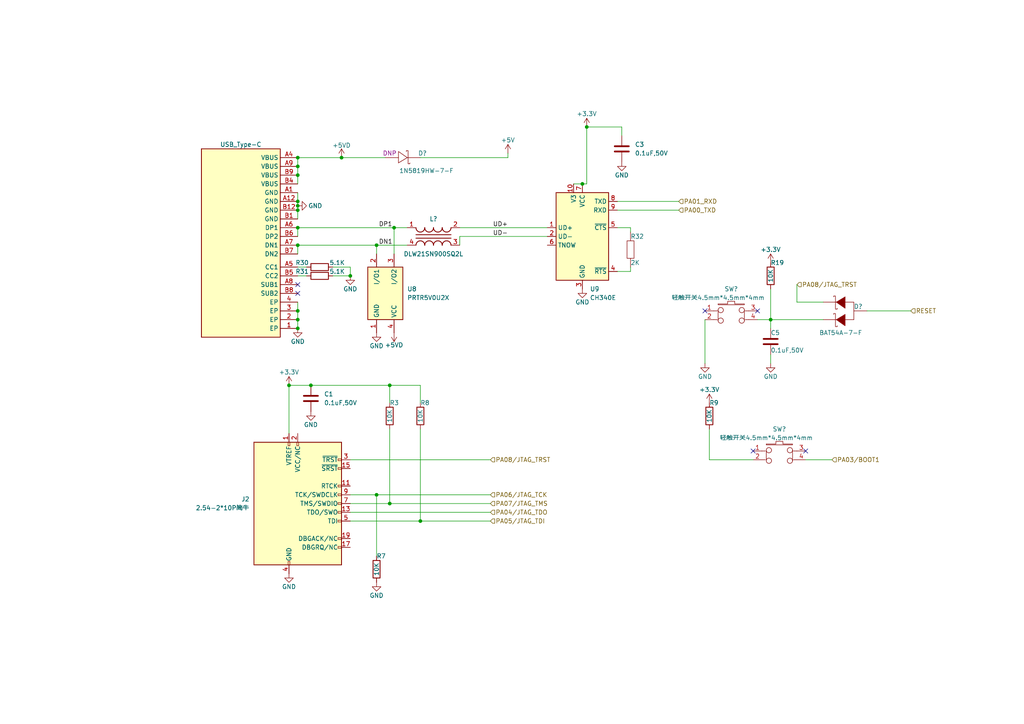
<source format=kicad_sch>
(kicad_sch (version 20230121) (generator eeschema)
  (paper "A4")
  (title_block (title "HPM5300RDCRevB") (date "2025-02-17") (rev "B") (comment 1 "DEBUGGER"))
  (lib_symbols
    (symbol "01-HPM-Peripheral:轻触开关4.5mm*4.5mm*4mm" (pin_names (offset 1.016) hide)
      (property "Reference" "SW" (at 0 3.81 0))
      (property "Value" "轻触开关4.5mm*4.5mm*4mm" (at 0 -5.08 0))
      (symbol "轻触开关4.5mm*4.5mm*4mm_1_1"
        (arc (start -3.81 -2.8194) (mid -3.048 -3.5781) (end -2.286 -2.8194))
        (arc (start -3.81 0.2286) (mid -3.048 -0.5301) (end -2.286 0.2286))
        (arc (start -2.286 -2.794) (mid -3.0605 -2.0571) (end -3.81 -2.8194))
        (arc (start -2.286 0.254) (mid -3.0605 0.9909) (end -3.81 0.2286))
        (polyline (pts (xy -5.08 -2.54) (xy -4.064 -2.54)))
        (polyline (pts (xy -5.08 0) (xy -4.064 0)))
        (polyline (pts (xy -3.81 0.254) (xy -3.81 -2.794)))
        (polyline (pts (xy 3.81 -2.794) (xy 3.81 0.254)))
        (polyline (pts (xy 5.08 -2.54) (xy 4.064 -2.54)))
        (polyline (pts (xy 5.08 0) (xy 4.064 0)))
        (polyline (pts (xy -3.81 2.032) (xy -3.81 1.778) (xy -3.81 1.778) (xy 3.81 1.778) (xy 3.81 1.778) (xy 3.81 2.032) (xy 3.81 2.032) (xy 1.016 2.032) (xy 1.016 2.032) (xy 1.016 2.794) (xy 1.016 2.794) (xy -1.016 2.794) (xy -1.016 2.794) (xy -1.016 2.032) (xy -1.016 2.032) (xy -3.81 2.032)))
        (arc (start 2.286 -2.8194) (mid 3.048 -3.5781) (end 3.81 -2.8194))
        (arc (start 2.286 0.2286) (mid 3.048 -0.5301) (end 3.81 0.2286))
        (arc (start 3.81 -2.794) (mid 3.0355 -2.0568) (end 2.286 -2.8194))
        (arc (start 3.81 0.254) (mid 3.0355 0.9912) (end 2.286 0.2286))
        (pin input line (at -7.62 0 0) (length 2.54) (name "1") (number "1"))
        (pin input line (at -7.62 -2.54 0) (length 2.54) (name "2") (number "2"))
        (pin input line (at 7.62 0 180) (length 2.54) (name "3") (number "3"))
        (pin input line (at 7.62 -2.54 180) (length 2.54) (name "4") (number "4"))
      )
    )
    (symbol "01-HPM-Peripheral:轻触开关4.5mm*4.5mm*4mm_红柄" (pin_names (offset 1.016) hide)
      (property "Reference" "SW" (at 0 3.81 0))
      (property "Value" "轻触开关" (at 0 -5.08 0))
      (symbol "轻触开关4.5mm*4.5mm*4mm_红柄_1_1"
        (arc (start -3.81 -2.8194) (mid -3.048 -3.5781) (end -2.286 -2.8194))
        (arc (start -3.81 0.2286) (mid -3.048 -0.5301) (end -2.286 0.2286))
        (arc (start -2.286 -2.794) (mid -3.0605 -2.0571) (end -3.81 -2.8194))
        (arc (start -2.286 0.254) (mid -3.0605 0.9909) (end -3.81 0.2286))
        (polyline (pts (xy -5.08 -2.54) (xy -4.064 -2.54)))
        (polyline (pts (xy -5.08 0) (xy -4.064 0)))
        (polyline (pts (xy -3.81 0.254) (xy -3.81 -2.794)))
        (polyline (pts (xy 3.81 -2.794) (xy 3.81 0.254)))
        (polyline (pts (xy 5.08 -2.54) (xy 4.064 -2.54)))
        (polyline (pts (xy 5.08 0) (xy 4.064 0)))
        (polyline (pts (xy -3.81 2.032) (xy -3.81 1.778) (xy -3.81 1.778) (xy 3.81 1.778) (xy 3.81 1.778) (xy 3.81 2.032) (xy 3.81 2.032) (xy 1.016 2.032) (xy 1.016 2.032) (xy 1.016 2.794) (xy 1.016 2.794) (xy -1.016 2.794) (xy -1.016 2.794) (xy -1.016 2.032) (xy -1.016 2.032) (xy -3.81 2.032)))
        (arc (start 2.286 -2.8194) (mid 3.048 -3.5781) (end 3.81 -2.8194))
        (arc (start 2.286 0.2286) (mid 3.048 -0.5301) (end 3.81 0.2286))
        (arc (start 3.81 -2.794) (mid 3.0355 -2.0568) (end 2.286 -2.8194))
        (arc (start 3.81 0.254) (mid 3.0355 0.9912) (end 2.286 0.2286))
        (pin input line (at -7.62 0 0) (length 2.54) (name "1") (number "1"))
        (pin input line (at -7.62 -2.54 0) (length 2.54) (name "2") (number "2"))
        (pin input line (at 7.62 0 180) (length 2.54) (name "3") (number "3"))
        (pin input line (at 7.62 -2.54 180) (length 2.54) (name "4") (number "4"))
      )
    )
    (symbol "02_HPM_Resistor:10K_0603" (pin_numbers hide) (pin_names (offset 0))
      (property "Reference" "R" (at 0 5.08 0))
      (property "Value" "10K" (at 0 7.62 0))
      (symbol "10K_0603_0_1"
        (rectangle (start 2.54 -1.016) (end -2.54 1.016) (stroke (width 0.254)))
      )
      (symbol "10K_0603_1_1"
        (pin passive line (at -3.81 0 0) (length 1.27) (name "~") (number "1"))
        (pin passive line (at 3.81 0 180) (length 1.27) (name "~") (number "2"))
      )
    )
    (symbol "02_HPM_Resistor:2K_0603" (pin_numbers hide) (pin_names (offset 1.016) hide)
      (property "Reference" "R" (at 0 3.556 0))
      (property "Value" "2K" (at 0 8.636 0))
      (symbol "2K_0603_1_1"
        (rectangle (start -2.54 1.016) (end 2.54 -1.016) (stroke (width 0.1524)))
        (pin input line (at -5.08 0 0) (length 2.54) (name "1") (number "1"))
        (pin input line (at 5.08 0 180) (length 2.54) (name "2") (number "2"))
      )
    )
    (symbol "02_HPM_Resistor:5.1K_0603" (pin_numbers hide) (pin_names (offset 0))
      (property "Reference" "R" (at 0 3.81 0))
      (property "Value" "5.1K" (at 0 6.35 0))
      (symbol "5.1K_0603_0_1"
        (rectangle (start 2.54 -1.016) (end -2.54 1.016) (stroke (width 0.254)))
      )
      (symbol "5.1K_0603_1_1"
        (pin passive line (at -3.81 0 0) (length 1.27) (name "~") (number "1"))
        (pin passive line (at 3.81 0 180) (length 1.27) (name "~") (number "2"))
      )
    )
    (symbol "03_HPM_Capacitance:0.1uF,50V,0603" (pin_numbers hide) (pin_names (offset 0.254))
      (property "Reference" "C" (at 0.635 2.54 0))
      (property "Value" "0.1uF,50V" (at 0.635 -2.54 0))
      (symbol "0.1uF,50V,0603_0_1"
        (polyline (pts (xy -2.032 -0.762) (xy 2.032 -0.762)) (stroke (width 0.508)))
        (polyline (pts (xy -2.032 0.762) (xy 2.032 0.762)) (stroke (width 0.508)))
      )
      (symbol "0.1uF,50V,0603_1_1"
        (pin passive line (at 0 3.81 270) (length 2.794) (name "~") (number "1"))
        (pin passive line (at 0 -3.81 90) (length 2.794) (name "~") (number "2"))
      )
    )
    (symbol "04_HPM_Diode: 1N5819HW-7-F" (pin_numbers hide) (pin_names (offset 1.016) hide)
      (property "Reference" "D" (at -3.81 1.27 0))
      (property "Value" " 1N5819HW-7-F" (at 0 -3.81 0))
      (symbol " 1N5819HW-7-F_1_1"
        (polyline (pts (xy 1.27 1.524) (xy -1.27 0) (xy -1.27 0) (xy 1.27 -1.778) (xy 1.27 -1.778) (xy 1.27 1.524)))
        (polyline (pts (xy -2.032 1.524) (xy -2.032 1.778) (xy -2.032 1.778) (xy -1.524 1.778) (xy -1.524 1.778) (xy -1.524 -2.032) (xy -1.524 -2.032) (xy -1.016 -2.032) (xy -1.016 -2.032) (xy -1.016 -1.778)))
        (pin input line (at -5.08 0 0) (length 3.81) (name "K") (number "1"))
        (pin input line (at 5.08 0 180) (length 3.81) (name "A") (number "2"))
      )
    )
    (symbol "05_HPM_Connector:USB_Type-C"
      (property "Reference" "J" (at 21.59 1.27 0))
      (property "Value" "USB_Type-C" (at 11.43 1.27 0))
      (symbol "USB_Type-C_1_0"
        (rectangle (start 0 0) (end 22.86 -54.61) (stroke (width 0.254)) (fill (type background)))
        (pin passive line (at 27.94 -52.07 180) (length 5.08) (name "EP") (number "1"))
        (pin passive line (at 27.94 -49.53 180) (length 5.08) (name "EP") (number "2"))
        (pin passive line (at 27.94 -46.99 180) (length 5.08) (name "EP") (number "3"))
        (pin passive line (at 27.94 -44.45 180) (length 5.08) (name "EP") (number "4"))
        (pin passive line (at 27.94 -12.7 180) (length 5.08) (name "GND") (number "A1"))
        (pin passive line (at 27.94 -15.24 180) (length 5.08) (name "GND") (number "A12"))
        (pin passive line (at 27.94 -2.54 180) (length 5.08) (name "VBUS") (number "A4"))
        (pin passive line (at 27.94 -34.29 180) (length 5.08) (name "CC1") (number "A5"))
        (pin passive line (at 27.94 -22.86 180) (length 5.08) (name "DP1") (number "A6"))
        (pin passive line (at 27.94 -27.94 180) (length 5.08) (name "DN1") (number "A7"))
        (pin passive line (at 27.94 -39.37 180) (length 5.08) (name "SUB1") (number "A8"))
        (pin passive line (at 27.94 -5.08 180) (length 5.08) (name "VBUS") (number "A9"))
        (pin passive line (at 27.94 -20.32 180) (length 5.08) (name "GND") (number "B1"))
        (pin passive line (at 27.94 -17.78 180) (length 5.08) (name "GND") (number "B12"))
        (pin passive line (at 27.94 -10.16 180) (length 5.08) (name "VBUS") (number "B4"))
        (pin passive line (at 27.94 -36.83 180) (length 5.08) (name "CC2") (number "B5"))
        (pin passive line (at 27.94 -25.4 180) (length 5.08) (name "DP2") (number "B6"))
        (pin passive line (at 27.94 -30.48 180) (length 5.08) (name "DN2") (number "B7"))
        (pin passive line (at 27.94 -41.91 180) (length 5.08) (name "SUB2") (number "B8"))
        (pin passive line (at 27.94 -7.62 180) (length 5.08) (name "VBUS") (number "B9"))
      )
    )
    (symbol "05_HPM_Connector_IDC:2.54-2*10P简牛" (pin_names (offset 1.016))
      (property "Reference" "J" (at -5.08 21.59 0))
      (property "Value" "2.54-2*10P简牛" (at -5.08 19.05 0))
      (symbol "2.54-2*10P简牛_0_1"
        (rectangle (start -12.7 17.78) (end 12.7 -17.78) (stroke (width 0.254)) (fill (type background)))
        (rectangle (start -2.794 -17.78) (end -2.286 -16.764))
        (rectangle (start -2.794 17.78) (end -2.286 16.764))
        (rectangle (start -0.254 17.78) (end 0.254 16.764))
        (rectangle (start 11.684 2.286) (end 12.7 2.794))
        (rectangle (start 12.7 -12.446) (end 11.684 -12.954))
        (rectangle (start 12.7 -9.906) (end 11.684 -10.414))
        (rectangle (start 12.7 -2.794) (end 11.684 -2.286))
        (rectangle (start 12.7 -0.254) (end 11.684 0.254))
        (rectangle (start 12.7 4.826) (end 11.684 5.334))
        (rectangle (start 12.7 10.414) (end 11.684 9.906))
        (rectangle (start 12.7 12.954) (end 11.684 12.446))
      )
      (symbol "2.54-2*10P简牛_1_1"
        (rectangle (start 11.684 -5.334) (end 12.7 -4.826))
        (pin power_in line (at -2.54 20.32 270) (length 2.54) (name "VTREF") (number "1"))
        (pin passive line (at -2.54 -20.32 90) (length 2.54) hide (name "GND") (number "10"))
        (pin input line (at 15.24 5.08 180) (length 2.54) (name "RTCK") (number "11"))
        (pin passive line (at -2.54 -20.32 90) (length 2.54) hide (name "GND") (number "12"))
        (pin input line (at 15.24 -2.54 180) (length 2.54) (name "TDO/SWO") (number "13"))
        (pin passive line (at -2.54 -20.32 90) (length 2.54) hide (name "GND") (number "14"))
        (pin bidirectional line (at 15.24 10.16 180) (length 2.54) (name "~{SRST}") (number "15"))
        (pin passive line (at -2.54 -20.32 90) (length 2.54) hide (name "GND") (number "16"))
        (pin output line (at 15.24 -12.7 180) (length 2.54) (name "DBGRQ/NC") (number "17"))
        (pin passive line (at -2.54 -20.32 90) (length 2.54) hide (name "GND") (number "18"))
        (pin input line (at 15.24 -10.16 180) (length 2.54) (name "DBGACK/NC") (number "19"))
        (pin power_in line (at 0 20.32 270) (length 2.54) (name "VCC/NC") (number "2"))
        (pin passive line (at -2.54 -20.32 90) (length 2.54) hide (name "GND") (number "20"))
        (pin output line (at 15.24 12.7 180) (length 2.54) (name "~{TRST}") (number "3"))
        (pin power_in line (at -2.54 -20.32 90) (length 2.54) (name "GND") (number "4"))
        (pin output line (at 15.24 -5.08 180) (length 2.54) (name "TDI") (number "5"))
        (pin passive line (at -2.54 -20.32 90) (length 2.54) hide (name "GND") (number "6"))
        (pin output line (at 15.24 0 180) (length 2.54) (name "TMS/SWDIO") (number "7"))
        (pin passive line (at -2.54 -20.32 90) (length 2.54) hide (name "GND") (number "8"))
        (pin output line (at 15.24 2.54 180) (length 2.54) (name "TCK/SWDCLK") (number "9"))
      )
    )
    (symbol "06_HPM_Function_IC:CH340E"
      (property "Reference" "U" (at -7.62 13.97 0))
      (property "Value" "CH340E" (at 1.27 13.97 0))
      (symbol "CH340E_0_1"
        (rectangle (start -7.62 12.7) (end 7.62 -12.7) (stroke (width 0.254)) (fill (type background)))
      )
      (symbol "CH340E_1_1"
        (pin bidirectional line (at -10.16 2.54 0) (length 2.54) (name "UD+") (number "1"))
        (pin passive line (at -2.54 15.24 270) (length 2.54) (name "V3") (number "10"))
        (pin bidirectional line (at -10.16 0 0) (length 2.54) (name "UD-") (number "2"))
        (pin power_in line (at 0 -15.24 90) (length 2.54) (name "GND") (number "3"))
        (pin output line (at 10.16 -10.16 180) (length 2.54) (name "~{RTS}") (number "4"))
        (pin input line (at 10.16 2.54 180) (length 2.54) (name "~{CTS}") (number "5"))
        (pin output line (at -10.16 -2.54 0) (length 2.54) (name "TNOW") (number "6"))
        (pin power_in line (at 0 15.24 270) (length 2.54) (name "VCC") (number "7"))
        (pin output line (at 10.16 10.16 180) (length 2.54) (name "TXD") (number "8"))
        (pin input line (at 10.16 7.62 180) (length 2.54) (name "RXD") (number "9"))
      )
    )
    (symbol "07_HPM_Inductance:DLW21SN900SQ2L"
      (property "Reference" "L" (at 8.89 -1.27 0))
      (property "Value" "DLW21SN900SQ2L" (at 8.89 -9.525 0))
      (symbol "DLW21SN900SQ2L_1_0"
        (polyline (pts (xy 3.81 -5.588) (xy 13.97 -5.588)) (stroke (width 0.254)))
        (polyline (pts (xy 3.81 -4.572) (xy 13.97 -4.572)) (stroke (width 0.254)))
        (arc (start 3.81 -2.54) (mid 5.08 -3.8045) (end 6.35 -2.54) (stroke (width 0.254)))
        (arc (start 6.35 -7.62) (mid 5.08 -6.3555) (end 3.81 -7.62) (stroke (width 0.254)))
        (arc (start 6.35 -2.54) (mid 7.62 -3.8045) (end 8.89 -2.54) (stroke (width 0.254)))
        (arc (start 8.89 -7.62) (mid 7.62 -6.3555) (end 6.35 -7.62) (stroke (width 0.254)))
        (arc (start 8.89 -2.54) (mid 10.16 -3.8045) (end 11.43 -2.54) (stroke (width 0.254)))
        (arc (start 11.43 -7.62) (mid 10.16 -6.3555) (end 8.89 -7.62) (stroke (width 0.254)))
        (arc (start 11.43 -2.54) (mid 12.7 -3.8045) (end 13.97 -2.54) (stroke (width 0.254)))
        (arc (start 13.97 -7.62) (mid 12.7 -6.3555) (end 11.43 -7.62) (stroke (width 0.254)))
        (pin passive line (at 1.27 -7.62 0) (length 2.54) (name "") (number "1"))
        (pin passive line (at 16.51 -7.62 180) (length 2.54) (name "") (number "2"))
        (pin passive line (at 16.51 -2.54 180) (length 2.54) (name "") (number "3"))
        (pin passive line (at 1.27 -2.54 0) (length 2.54) (name "") (number "4"))
      )
    )
    (symbol "98_POWER:+5VD" (power) (pin_names (offset 0))
      (property "Value" "+5VD" (at 0 3.556 0))
      (symbol "+5VD_0_1"
        (polyline (pts (xy -0.762 1.27) (xy 0 2.54)))
        (polyline (pts (xy 0 0) (xy 0 2.54)))
        (polyline (pts (xy 0 2.54) (xy 0.762 1.27)))
      )
      (symbol "+5VD_1_1"
        (pin power_in line (at 0 0 90) (length 0) hide (name "+5VD") (number "1"))
      )
    )
    (symbol "98_POWER:GND" (power) (pin_names (offset 0))
      (property "Value" "GND" (at 0 -3.81 0))
      (symbol "GND_0_1"
        (polyline (pts (xy 0 0) (xy 0 -1.27) (xy 1.27 -1.27) (xy 0 -2.54) (xy -1.27 -1.27) (xy 0 -1.27)))
      )
      (symbol "GND_1_1"
        (pin power_in line (at 0 0 270) (length 0) hide (name "GND") (number "1"))
      )
    )
    (symbol "BAT54A-7-F_1" (pin_numbers hide) (pin_names (offset 1.016) hide)
      (property "Reference" "D" (at -4.445 4.445 0))
      (property "Value" "BAT54A-7-F" (at 8.255 4.445 0))
      (symbol "BAT54A-7-F_1_1_1"
        (polyline (pts (xy 0 -2.54) (xy 3.81 -2.54)) (stroke (width 0.1524)))
        (polyline (pts (xy 0 2.54) (xy 3.81 2.54) (xy 3.81 -2.54)) (stroke (width 0.1524)))
        (polyline (pts (xy 1.27 -1.016) (xy -1.27 -2.54) (xy 1.27 -4.318) (xy 1.27 -1.016)) (stroke (width 0.1524)) (fill (type outline)))
        (polyline (pts (xy 1.27 4.064) (xy -1.27 2.54) (xy 1.27 0.762) (xy 1.27 4.064)) (stroke (width 0.1524)) (fill (type outline)))
        (polyline (pts (xy -2.032 -1.016) (xy -2.032 -0.762) (xy -1.524 -0.762) (xy -1.524 -4.572) (xy -1.016 -4.572) (xy -1.016 -4.318)) (stroke (width 0.1524)))
        (polyline (pts (xy -2.032 4.064) (xy -2.032 4.318) (xy -1.524 4.318) (xy -1.524 0.508) (xy -1.016 0.508) (xy -1.016 0.762)) (stroke (width 0.1524)))
        (pin input line (at -5.08 2.54 0) (length 3.81) (name "A") (number "1"))
        (pin input line (at -5.08 -2.54 0) (length 3.81) (name "A") (number "2"))
        (pin input line (at 7.62 0 180) (length 3.81) (name "K") (number "3"))
      )
    )
    (symbol "PRTR5V0U2X_1"
      (property "Reference" "D" (at 11.43 -6.35 0))
      (property "Value" "PRTR5V0U2X" (at 10.16 -29.21 0))
      (symbol "PRTR5V0U2X_1_1_0"
        (rectangle (start 2.54 -7.62) (end 12.7 -22.86) (stroke (width 0.254)) (fill (type background)))
        (pin passive line (at 5.08 -26.67 90) (length 3.81) (name "GND") (number "1"))
        (pin passive line (at 5.08 -3.81 270) (length 3.81) (name "I/O1") (number "2"))
        (pin passive line (at 10.16 -3.81 270) (length 3.81) (name "I/O2") (number "3"))
        (pin passive line (at 10.16 -26.67 90) (length 3.81) (name "VCC") (number "4"))
      )
    )
    (symbol "power:+3.3V" (power) (pin_names (offset 0))
      (property "Value" "+3.3V" (at 0 3.556 0))
      (symbol "+3.3V_0_1"
        (polyline (pts (xy -0.762 1.27) (xy 0 2.54)))
        (polyline (pts (xy 0 0) (xy 0 2.54)))
        (polyline (pts (xy 0 2.54) (xy 0.762 1.27)))
      )
      (symbol "+3.3V_1_1"
        (pin power_in line (at 0 0 90) (length 0) hide (name "+3.3V") (number "1"))
      )
    )
    (symbol "power:+5V" (power) (pin_names (offset 0))
      (property "Value" "+5V" (at 0 3.556 0))
      (symbol "+5V_0_1"
        (polyline (pts (xy -0.762 1.27) (xy 0 2.54)))
        (polyline (pts (xy 0 0) (xy 0 2.54)))
        (polyline (pts (xy 0 2.54) (xy 0.762 1.27)))
      )
      (symbol "+5V_1_1"
        (pin power_in line (at 0 0 90) (length 0) hide (name "+5V") (number "1"))
      )
    )
  )
  (junction (at 86.36 66.04))
  (junction (at 109.22 143.51))
  (junction (at 83.82 111.76))
  (junction (at 113.03 111.76))
  (junction (at 170.18 36.83))
  (junction (at 99.06 45.72))
  (junction (at 90.17 111.76))
  (junction (at 86.36 95.25))
  (junction (at 86.36 58.42))
  (junction (at 86.36 45.72))
  (junction (at 109.22 71.12))
  (junction (at 86.36 48.26))
  (junction (at 86.36 92.71))
  (junction (at 86.36 50.8))
  (junction (at 86.36 59.69))
  (junction (at 86.36 60.96))
  (junction (at 86.36 71.12))
  (junction (at 121.92 151.13))
  (junction (at 113.03 146.05))
  (junction (at 114.3 66.04))
  (junction (at 168.91 53.34))
  (junction (at 101.6 80.01))
  (junction (at 86.36 90.17))
  (junction (at 223.52 92.71))
  (no_connect (at 218.44 130.81))
  (no_connect (at 86.36 85.09))
  (no_connect (at 219.71 90.17))
  (no_connect (at 204.47 90.17))
  (no_connect (at 86.36 82.55))
  (no_connect (at 233.68 130.81))
  (wire (pts (xy 182.88 66.04) (xy 182.88 67.31)))
  (wire (pts (xy 86.36 50.8) (xy 86.36 53.34)))
  (wire (pts (xy 86.36 48.26) (xy 86.36 50.8)))
  (wire (pts (xy 121.92 116.84) (xy 121.92 111.76)))
  (wire (pts (xy 142.24 151.13) (xy 121.92 151.13)))
  (wire (pts (xy 142.24 146.05) (xy 113.03 146.05)))
  (wire (pts (xy 88.9 80.01) (xy 86.36 80.01)))
  (wire (pts (xy 231.14 87.63) (xy 238.76 87.63)))
  (wire (pts (xy 90.17 111.76) (xy 83.82 111.76)))
  (wire (pts (xy 86.36 87.63) (xy 86.36 90.17)))
  (wire (pts (xy 114.3 73.66) (xy 114.3 66.04)))
  (wire (pts (xy 142.24 133.35) (xy 101.6 133.35)))
  (wire (pts (xy 238.76 92.71) (xy 223.52 92.71)))
  (wire (pts (xy 96.52 80.01) (xy 101.6 80.01)))
  (wire (pts (xy 133.35 68.58) (xy 133.35 71.12)))
  (wire (pts (xy 179.07 60.96) (xy 196.85 60.96)))
  (wire (pts (xy 83.82 111.76) (xy 83.82 125.73)))
  (wire (pts (xy 179.07 58.42) (xy 196.85 58.42)))
  (wire (pts (xy 114.3 66.04) (xy 118.11 66.04)))
  (wire (pts (xy 121.92 111.76) (xy 113.03 111.76)))
  (wire (pts (xy 109.22 71.12) (xy 118.11 71.12)))
  (wire (pts (xy 86.36 58.42) (xy 86.36 59.69)))
  (wire (pts (xy 180.34 36.83) (xy 170.18 36.83)))
  (wire (pts (xy 204.47 92.71) (xy 204.47 105.41)))
  (wire (pts (xy 86.36 71.12) (xy 86.36 73.66)))
  (wire (pts (xy 180.34 39.37) (xy 180.34 36.83)))
  (wire (pts (xy 147.32 44.45) (xy 147.32 45.72)))
  (wire (pts (xy 223.52 83.82) (xy 223.52 92.71)))
  (wire (pts (xy 109.22 143.51) (xy 101.6 143.51)))
  (wire (pts (xy 88.9 77.47) (xy 86.36 77.47)))
  (wire (pts (xy 86.36 45.72) (xy 86.36 48.26)))
  (wire (pts (xy 113.03 146.05) (xy 101.6 146.05)))
  (wire (pts (xy 231.14 87.63) (xy 231.14 82.55)))
  (wire (pts (xy 121.92 45.72) (xy 147.32 45.72)))
  (wire (pts (xy 205.74 124.46) (xy 205.74 133.35)))
  (wire (pts (xy 86.36 45.72) (xy 99.06 45.72)))
  (wire (pts (xy 113.03 124.46) (xy 113.03 146.05)))
  (wire (pts (xy 182.88 77.47) (xy 182.88 78.74)))
  (wire (pts (xy 121.92 124.46) (xy 121.92 151.13)))
  (wire (pts (xy 223.52 95.25) (xy 223.52 92.71)))
  (wire (pts (xy 109.22 73.66) (xy 109.22 71.12)))
  (wire (pts (xy 142.24 143.51) (xy 109.22 143.51)))
  (wire (pts (xy 86.36 92.71) (xy 86.36 95.25)))
  (wire (pts (xy 264.16 90.17) (xy 251.46 90.17)))
  (wire (pts (xy 182.88 78.74) (xy 179.07 78.74)))
  (wire (pts (xy 223.52 102.87) (xy 223.52 105.41)))
  (wire (pts (xy 109.22 161.29) (xy 109.22 143.51)))
  (wire (pts (xy 96.52 77.47) (xy 101.6 77.47)))
  (wire (pts (xy 86.36 66.04) (xy 114.3 66.04)))
  (wire (pts (xy 233.68 133.35) (xy 241.3 133.35)))
  (wire (pts (xy 113.03 116.84) (xy 113.03 111.76)))
  (wire (pts (xy 113.03 111.76) (xy 90.17 111.76)))
  (wire (pts (xy 86.36 59.69) (xy 86.36 60.96)))
  (wire (pts (xy 170.18 53.34) (xy 168.91 53.34)))
  (wire (pts (xy 86.36 71.12) (xy 109.22 71.12)))
  (wire (pts (xy 142.24 148.59) (xy 101.6 148.59)))
  (wire (pts (xy 133.35 66.04) (xy 158.75 66.04)))
  (wire (pts (xy 170.18 36.83) (xy 170.18 53.34)))
  (wire (pts (xy 218.44 133.35) (xy 205.74 133.35)))
  (wire (pts (xy 179.07 66.04) (xy 182.88 66.04)))
  (wire (pts (xy 168.91 53.34) (xy 166.37 53.34)))
  (wire (pts (xy 86.36 66.04) (xy 86.36 68.58)))
  (wire (pts (xy 99.06 45.72) (xy 111.76 45.72)))
  (wire (pts (xy 219.71 92.71) (xy 223.52 92.71)))
  (wire (pts (xy 158.75 68.58) (xy 133.35 68.58)))
  (wire (pts (xy 101.6 77.47) (xy 101.6 80.01)))
  (wire (pts (xy 86.36 55.88) (xy 86.36 58.42)))
  (wire (pts (xy 86.36 60.96) (xy 86.36 63.5)))
  (wire (pts (xy 121.92 151.13) (xy 101.6 151.13)))
  (wire (pts (xy 86.36 90.17) (xy 86.36 92.71)))
  (label "UD-" (at 147.32 68.58 180))
  (label "UD+" (at 147.32 66.04 180))
  (label "DN1" (at 109.855 71.12 0))
  (label "DP1" (at 109.855 66.04 0))
  (hierarchical_label "PA08{slash}JTAG_TRST" (shape input) (at 142.24 133.35 0))
  (hierarchical_label "PA06{slash}JTAG_TCK" (shape input) (at 142.24 143.51 0))
  (hierarchical_label "PA04{slash}JTAG_TDO" (shape input) (at 142.24 148.59 0))
  (hierarchical_label "PA01_RXD" (shape input) (at 196.85 58.42 0))
  (hierarchical_label "RESET" (shape input) (at 264.16 90.17 0))
  (hierarchical_label "PA00_TXD" (shape input) (at 196.85 60.96 0))
  (hierarchical_label "PA05{slash}JTAG_TDI" (shape input) (at 142.24 151.13 0))
  (hierarchical_label "PA03{slash}BOOT1" (shape input) (at 241.3 133.35 0))
  (hierarchical_label "PA07{slash}JTAG_TMS" (shape input) (at 142.24 146.05 0))
  (hierarchical_label "PA08{slash}JTAG_TRST" (shape input) (at 231.14 82.55 0))
  (symbol (lib_id "02_HPM_Resistor:10K_0603") (at 223.52 80.01 90) (unit 1)
    (property "Reference" "R19" (at 223.52 76.2 90) (effects (justify right)))
    (property "Value" "10K" (at 223.52 80.01 0))
    (property "Footprint" "02_HPM_Resistor:R_0603_1608Metric" (effects hide))
    (property "Model" "RC0603FR-0710KL\n" (effects hide))
    (property "Company" "YAGEO\n" (effects hide))
  )
  (symbol (lib_id "98_POWER:+5VD") (at 114.3 96.52 180) (unit 1)
    (property "Reference" "#PWR?" (effects hide))
    (property "Value" "+5VD" (at 114.3 100.076 0))
    (instances (project "HPM6200EVK" (path "" (reference "#PWR?") (unit 1))) (project "HPM5300RDCRevB" (path "" (reference "#PWR?") (unit 1)) (path "" (reference "#PWR0217") (unit 1)) (path "" (reference "#PWR0171") (unit 1))))
  )
  (symbol (lib_id "power:+3.3V") (at 205.74 116.84 0) (unit 1)
    (property "Reference" "#PWR?" (effects hide))
    (property "Value" "+3.3V" (at 205.74 113.03 0))
    (instances (project "HPM5300-USB-OSC" (path "" (reference "#PWR?") (unit 1))) (project "HPM5300RDCRevB" (path "" (reference "#PWR088") (unit 1)) (path "" (reference "#PWR0133") (unit 1)) (path "" (reference "#PWR099") (unit 1))))
  )
  (symbol (lib_id "06_HPM_Function_IC:CH340E") (at 168.91 68.58 0) (unit 1)
    (property "Reference" "U9" (at 171.1041 83.82 0) (effects (justify left)))
    (property "Value" "CH340E" (at 171.1041 86.36 0) (effects (justify left)))
    (property "Footprint" "06_HPM_SO:MSOP-10" (effects hide))
    (property "Model" "CH340E" (effects hide))
    (property "Company" "WCH(南京沁恒)" (effects hide))
  )
  (symbol (lib_id "power:+3.3V") (at 83.82 111.76 0) (unit 1)
    (property "Reference" "#PWR?" (effects hide))
    (property "Value" "+3.3V" (at 83.82 107.95 0))
    (instances (project "HPM5300-USB-OSC" (path "" (reference "#PWR?") (unit 1))) (project "HPM5300RDCRevB" (path "" (reference "#PWR088") (unit 1)) (path "" (reference "#PWR0133") (unit 1)) (path "" (reference "#PWR03") (unit 1))))
  )
  (symbol (lib_id "07_HPM_Inductance:DLW21SN900SQ2L") (at 116.84 73.66 0) (mirror x) (unit 1)
    (property "Reference" "L?" (at 125.73 63.5 0))
    (property "Value" "DLW21SN900SQ2L" (at 125.73 73.66 0))
    (property "Footprint" "07_HPM_Inductance:L2012" (effects hide))
    (property "Model" "DLW21SN900SQ2L" (effects hide))
    (property "Company" "muRata(村田)" (effects hide))
    (instances (project "HPM6200EVK" (path "" (reference "L?") (unit 1))) (project "HPM5300RDCRevB" (path "" (reference "L?") (unit 1)) (path "" (reference "L10") (unit 1)) (path "" (reference "L9") (unit 1))))
  )
  (symbol (lib_id "98_POWER:GND") (at 83.82 166.37 0) (mirror y) (unit 1)
    (property "Reference" "#PWR?" (effects hide))
    (property "Value" "GND" (at 83.82 170.18 0))
    (instances (project "HPM6200EVK" (path "" (reference "#PWR?") (unit 1))) (project "HPM5300RDCRevB" (path "" (reference "#PWR?") (unit 1)) (path "" (reference "#PWR0216") (unit 1)) (path "" (reference "#PWR01") (unit 1))))
  )
  (symbol (lib_id "98_POWER:GND") (at 86.36 59.69 90) (unit 1)
    (property "Reference" "#PWR?" (effects hide))
    (property "Value" "GND" (at 91.44 59.69 90))
    (instances (project "HPM6200EVK" (path "" (reference "#PWR?") (unit 1))) (project "HPM5300RDCRevB" (path "" (reference "#PWR?") (unit 1)) (path "" (reference "#PWR0211") (unit 1)) (path "" (reference "#PWR0155") (unit 1))))
  )
  (symbol (lib_id "03_HPM_Capacitance:0.1uF,50V,0603") (at 180.34 43.18 0) (unit 1)
    (property "Reference" "C3" (at 184.15 41.91 0) (effects (justify left)))
    (property "Value" "0.1uF,50V" (at 184.15 44.45 0) (effects (justify left)))
    (property "Footprint" "03_HPM_Capacitance:C_0603_1608Metric" (effects hide))
    (property "Model" "CC0603JRX7R9BB104" (effects hide))
    (property "Company" "YAGEO" (effects hide))
  )
  (symbol (lib_id "power:+5V") (at 147.32 44.45 0) (unit 1)
    (property "Reference" "#PWR?" (effects hide))
    (property "Value" "+5V" (at 147.32 40.64 0))
    (instances (project "HPM5300-POWER" (path "" (reference "#PWR?") (unit 1))) (project "HPM5300RDCRevB" (path "" (reference "#PWR0112") (unit 1)) (path "" (reference "#PWR062") (unit 1))))
  )
  (symbol (lib_id "power:+3.3V") (at 223.52 76.2 0) (unit 1)
    (property "Reference" "#PWR?" (effects hide))
    (property "Value" "+3.3V" (at 223.52 72.39 0))
    (instances (project "HPM5300-USB-OSC" (path "" (reference "#PWR?") (unit 1))) (project "HPM5300RDCRevB" (path "" (reference "#PWR088") (unit 1)) (path "" (reference "#PWR0133") (unit 1)) (path "" (reference "#PWR014") (unit 1))))
  )
  (symbol (lib_id "05_HPM_Connector:USB_Type-C") (at 58.42 43.18 0) (unit 1)
    (property "Reference" "J?" (effects hide))
    (property "Value" "USB_Type-C" (at 69.85 41.91 0))
    (property "Footprint" "05_HPM_Connector:TYPE-C-16P" (effects hide))
    (property "Model" "KH-TYPE-C-16P" (effects hide))
    (property "Company" "kinghelm(金航标)" (effects hide))
    (instances (project "HPM6200EVK" (path "" (reference "J?") (unit 1))) (project "HPM5300RDCRevB" (path "" (reference "J?") (unit 1)) (path "" (reference "J8") (unit 1)) (path "" (reference "J1") (unit 1))))
  )
  (symbol (lib_id "98_POWER:+5VD") (at 99.06 45.72 0) (unit 1)
    (property "Reference" "#PWR?" (effects hide))
    (property "Value" "+5VD" (at 99.06 42.164 0))
    (instances (project "HPM6200EVK" (path "" (reference "#PWR?") (unit 1))) (project "HPM5300RDCRevB" (path "" (reference "#PWR?") (unit 1)) (path "" (reference "#PWR0217") (unit 1)) (path "" (reference "#PWR063") (unit 1))))
  )
  (symbol (lib_id "01-HPM-Peripheral:轻触开关4.5mm*4.5mm*4mm") (at 226.06 130.81 0) (unit 1)
    (property "Reference" "SW?" (at 226.06 124.46 0))
    (property "Value" "轻触开关4.5mm*4.5mm*4mm" (at 222.25 127 0))
    (property "Footprint" "01_HPM_Peripheral:轻触开关SMD-4P,4.5x4.5mm" (effects hide))
    (property "Model" " TS4540TP" (effects hide))
    (property "Company" "SHOU HAN(首韩)" (effects hide))
    (instances (project "HPM5300-USB-OSC" (path "" (reference "SW?") (unit 1))) (project "HPM5300RDCRevB" (path "" (reference "SW1") (unit 1)) (path "" (reference "SW5") (unit 1)) (path "" (reference "SW2") (unit 1))))
  )
  (symbol (lib_id "98_POWER:GND") (at 168.91 83.82 0) (mirror y) (unit 1)
    (property "Reference" "#PWR?" (effects hide))
    (property "Value" "GND" (at 168.91 87.63 0))
    (instances (project "HPM6200EVK" (path "" (reference "#PWR?") (unit 1))) (project "HPM5300RDCRevB" (path "" (reference "#PWR?") (unit 1)) (path "" (reference "#PWR0216") (unit 1)) (path "" (reference "#PWR08") (unit 1))))
  )
  (symbol (lib_id "98_POWER:GND") (at 86.36 95.25 0) (mirror y) (unit 1)
    (property "Reference" "#PWR?" (effects hide))
    (property "Value" "GND" (at 86.36 99.06 0))
    (instances (project "HPM6200EVK" (path "" (reference "#PWR?") (unit 1))) (project "HPM5300RDCRevB" (path "" (reference "#PWR?") (unit 1)) (path "" (reference "#PWR0215") (unit 1)) (path "" (reference "#PWR0164") (unit 1))))
  )
  (symbol (lib_id "98_POWER:GND") (at 180.34 46.99 0) (mirror y) (unit 1)
    (property "Reference" "#PWR?" (effects hide))
    (property "Value" "GND" (at 180.34 50.8 0))
    (instances (project "HPM6200EVK" (path "" (reference "#PWR?") (unit 1))) (project "HPM5300RDCRevB" (path "" (reference "#PWR?") (unit 1)) (path "" (reference "#PWR0216") (unit 1)) (path "" (reference "#PWR09") (unit 1))))
  )
  (symbol (lib_name "BAT54A-7-F_1") (lib_id "04_HPM_Diode:BAT54A-7-F") (at 243.84 90.17 0) (unit 1)
    (property "Reference" "D?" (at 248.92 88.9 0))
    (property "Value" "BAT54A-7-F" (at 243.84 96.52 0))
    (property "Footprint" "06_HPM_SOT:SOT-23" (effects hide))
    (property "Model" "BAT54A-7-F" (effects hide))
    (property "Company" " DIODES(美台)" (effects hide))
    (instances (project "HPM5300-USB-OSC" (path "" (reference "D?") (unit 1))) (project "HPM5300RDCRevB" (path "" (reference "D11") (unit 1)) (path "" (reference "D3") (unit 1))))
  )
  (symbol (lib_id "98_POWER:GND") (at 223.52 105.41 0) (unit 1)
    (property "Reference" "#PWR?" (effects hide))
    (property "Value" "GND" (at 221.488 109.22 0) (effects (justify left)))
    (instances (project "HPM5300-USB-OSC" (path "" (reference "#PWR?") (unit 1))) (project "HPM5300RDCRevB" (path "" (reference "#PWR091") (unit 1)) (path "" (reference "#PWR0141") (unit 1)) (path "" (reference "#PWR015") (unit 1))))
  )
  (symbol (lib_id "98_POWER:GND") (at 204.47 105.41 0) (unit 1)
    (property "Reference" "#PWR?" (effects hide))
    (property "Value" "GND" (at 202.438 109.22 0) (effects (justify left)))
    (instances (project "HPM5300-USB-OSC" (path "" (reference "#PWR?") (unit 1))) (project "HPM5300RDCRevB" (path "" (reference "#PWR090") (unit 1)) (path "" (reference "#PWR0139") (unit 1)) (path "" (reference "#PWR010") (unit 1))))
  )
  (symbol (lib_id "98_POWER:GND") (at 101.6 80.01 0) (unit 1)
    (property "Reference" "#PWR?" (effects hide))
    (property "Value" "GND" (at 101.6 83.82 0))
    (instances (project "HPM6200EVK" (path "" (reference "#PWR?") (unit 1))) (project "HPM5300RDCRevB" (path "" (reference "#PWR?") (unit 1)) (path "" (reference "#PWR0212") (unit 1)) (path "" (reference "#PWR0168") (unit 1))))
  )
  (symbol (lib_id "98_POWER:GND") (at 109.22 168.91 0) (mirror y) (unit 1)
    (property "Reference" "#PWR?" (effects hide))
    (property "Value" "GND" (at 109.22 172.72 0))
    (instances (project "HPM6200EVK" (path "" (reference "#PWR?") (unit 1))) (project "HPM5300RDCRevB" (path "" (reference "#PWR?") (unit 1)) (path "" (reference "#PWR0216") (unit 1)) (path "" (reference "#PWR02") (unit 1))))
  )
  (symbol (lib_id "02_HPM_Resistor:5.1K_0603") (at 92.71 77.47 0) (unit 1)
    (property "Reference" "R30" (at 87.63 76.2 0))
    (property "Value" "5.1K" (at 97.79 76.2 0))
    (property "Footprint" "02_HPM_Resistor:R_0603_1608Metric" (effects hide))
    (property "Model" "0603WAF5101T5E" (effects hide))
    (property "Company" "UNI-ROYAL(厚声)" (effects hide))
  )
  (symbol (lib_id "98_POWER:GND") (at 90.17 119.38 0) (mirror y) (unit 1)
    (property "Reference" "#PWR?" (effects hide))
    (property "Value" "GND" (at 90.17 123.19 0))
    (instances (project "HPM6200EVK" (path "" (reference "#PWR?") (unit 1))) (project "HPM5300RDCRevB" (path "" (reference "#PWR?") (unit 1)) (path "" (reference "#PWR0216") (unit 1)) (path "" (reference "#PWR04") (unit 1))))
  )
  (symbol (lib_id "02_HPM_Resistor:10K_0603") (at 205.74 120.65 90) (unit 1)
    (property "Reference" "R9" (at 205.74 116.84 90) (effects (justify right)))
    (property "Value" "10K" (at 205.74 120.65 0))
    (property "Footprint" "02_HPM_Resistor:R_0603_1608Metric" (effects hide))
    (property "Model" "RC0603FR-0710KL\n" (effects hide))
    (property "Company" "YAGEO\n" (effects hide))
  )
  (symbol (lib_id "04_HPM_Diode: 1N5819HW-7-F") (at 116.84 45.72 180) (unit 1)
    (property "Reference" "D?" (at 122.555 44.45 0))
    (property "Value" " 1N5819HW-7-F" (at 123.19 49.53 0))
    (property "Footprint" "04_HPM_Diode:D_SOD-123" (effects hide))
    (property "SuppliersPartNumber" "C115726" (effects hide))
    (property "Model" "1N5819HW-7-F" (effects hide))
    (property "Company" "DIODES(美台)" (effects hide))
    (property "ASSY_OPT" "DNP" (at 113.03 44.45 0))
    (instances (project "HPM6200EVK" (path "" (reference "D?") (unit 1))) (project "HPM5300RDCRevB" (path "" (reference "D?") (unit 1)) (path "" (reference "D10") (unit 1)) (path "" (reference "D2") (unit 1))))
  )
  (symbol (lib_id "02_HPM_Resistor:10K_0603") (at 113.03 120.65 90) (unit 1)
    (property "Reference" "R3" (at 113.03 116.84 90) (effects (justify right)))
    (property "Value" "10K" (at 113.03 120.65 0))
    (property "Footprint" "02_HPM_Resistor:R_0603_1608Metric" (effects hide))
    (property "Model" "RC0603FR-0710KL\n" (effects hide))
    (property "Company" "YAGEO\n" (effects hide))
  )
  (symbol (lib_id "03_HPM_Capacitance:0.1uF,50V,0603") (at 223.52 99.06 0) (unit 1)
    (property "Reference" "C5" (at 223.52 96.52 0) (effects (justify left)))
    (property "Value" "0.1uF,50V" (at 223.52 101.6 0) (effects (justify left)))
    (property "Footprint" "03_HPM_Capacitance:C_0603_1608Metric" (effects hide))
    (property "Model" "CC0603JRX7R9BB104" (effects hide))
    (property "Company" "YAGEO" (effects hide))
  )
  (symbol (lib_id "03_HPM_Capacitance:0.1uF,50V,0603") (at 90.17 115.57 0) (unit 1)
    (property "Reference" "C1" (at 93.98 114.3 0) (effects (justify left)))
    (property "Value" "0.1uF,50V" (at 93.98 116.84 0) (effects (justify left)))
    (property "Footprint" "03_HPM_Capacitance:C_0603_1608Metric" (effects hide))
    (property "Model" "CC0603JRX7R9BB104" (effects hide))
    (property "Company" "YAGEO" (effects hide))
  )
  (symbol (lib_id "02_HPM_Resistor:5.1K_0603") (at 92.71 80.01 0) (unit 1)
    (property "Reference" "R31" (at 87.63 78.74 0))
    (property "Value" "5.1K" (at 97.79 78.74 0))
    (property "Footprint" "02_HPM_Resistor:R_0603_1608Metric" (effects hide))
    (property "Model" "0603WAF5101T5E" (effects hide))
    (property "Company" "UNI-ROYAL(厚声)" (effects hide))
  )
  (symbol (lib_id "01-HPM-Peripheral:轻触开关4.5mm*4.5mm*4mm_红柄") (at 212.09 90.17 0) (unit 1)
    (property "Reference" "SW?" (at 212.09 83.82 0))
    (property "Value" "轻触开关4.5mm*4.5mm*4mm" (at 208.28 86.36 0))
    (property "Footprint" "01_HPM_Peripheral:轻触开关SMD-4P,4.5x4.5mm" (effects hide))
    (property "Model" "TL3305AF260QG" (effects hide))
    (property "Company" "E-Switch" (effects hide))
    (instances (project "HPM5300-USB-OSC" (path "" (reference "SW?") (unit 1))) (project "HPM5300RDCRevB" (path "" (reference "SW1") (unit 1)) (path "" (reference "SW5") (unit 1)) (path "" (reference "SW3") (unit 1))))
  )
  (symbol (lib_name "PRTR5V0U2X_1") (lib_id "04_HPM_Diode:PRTR5V0U2X") (at 104.14 69.85 0) (unit 1)
    (property "Reference" "U8" (at 118.11 83.82 0) (effects (justify left)))
    (property "Value" "PRTR5V0U2X" (at 118.11 86.36 0) (effects (justify left)))
    (property "Footprint" "06_HPM_SOT:SOT-143" (effects hide))
    (property "Model" "PRTR5V0U2X" (effects hide))
    (property "Company" "TECH PUBLIC(台舟)" (effects hide))
  )
  (symbol (lib_id "02_HPM_Resistor:10K_0603") (at 109.22 165.1 90) (unit 1)
    (property "Reference" "R7" (at 109.22 161.29 90) (effects (justify right)))
    (property "Value" "10K" (at 109.22 165.1 0))
    (property "Footprint" "02_HPM_Resistor:R_0603_1608Metric" (effects hide))
    (property "Model" "RC0603FR-0710KL\n" (effects hide))
    (property "Company" "YAGEO\n" (effects hide))
  )
  (symbol (lib_id "power:+3.3V") (at 170.18 36.83 0) (unit 1)
    (property "Reference" "#PWR?" (effects hide))
    (property "Value" "+3.3V" (at 170.18 33.02 0))
    (instances (project "HPM5300-USB-OSC" (path "" (reference "#PWR?") (unit 1))) (project "HPM5300RDCRevB" (path "" (reference "#PWR088") (unit 1)) (path "" (reference "#PWR0133") (unit 1)) (path "" (reference "#PWR07") (unit 1))))
  )
  (symbol (lib_id "98_POWER:GND") (at 109.22 96.52 0) (mirror y) (unit 1)
    (property "Reference" "#PWR?" (effects hide))
    (property "Value" "GND" (at 109.22 100.33 0))
    (instances (project "HPM6200EVK" (path "" (reference "#PWR?") (unit 1))) (project "HPM5300RDCRevB" (path "" (reference "#PWR?") (unit 1)) (path "" (reference "#PWR0216") (unit 1)) (path "" (reference "#PWR0170") (unit 1))))
  )
  (symbol (lib_id "05_HPM_Connector_IDC:2.54-2*10P简牛") (at 86.36 146.05 0) (unit 1)
    (property "Reference" "J2" (at 72.39 144.78 0) (effects (justify right)))
    (property "Value" "2.54-2*10P简牛" (at 72.39 147.32 0) (effects (justify right)))
    (property "Footprint" "05_HPM_Connector_IDC:IDC-Header_2x10_P2.54mm" (effects hide))
    (property "Model" "2.54-2*10P简牛" (effects hide))
    (property "Company" " BOOMELE(博穆精密) " (effects hide))
  )
  (symbol (lib_id "02_HPM_Resistor:2K_0603") (at 182.88 72.39 90) (unit 1)
    (property "Reference" "R32" (at 182.88 68.58 90) (effects (justify right)))
    (property "Value" "2K" (at 182.88 76.2 90) (effects (justify right)))
    (property "Footprint" "02_HPM_Resistor:R_0603_1608Metric" (effects hide))
    (property "Model" "RC0603FR-072KL" (effects hide))
    (property "Company" "YAGEO YAGEO(国巨)" (effects hide))
  )
  (symbol (lib_id "02_HPM_Resistor:10K_0603") (at 121.92 120.65 90) (unit 1)
    (property "Reference" "R8" (at 121.92 116.84 90) (effects (justify right)))
    (property "Value" "10K" (at 121.92 120.65 0))
    (property "Footprint" "02_HPM_Resistor:R_0603_1608Metric" (effects hide))
    (property "Model" "RC0603FR-0710KL\n" (effects hide))
    (property "Company" "YAGEO\n" (effects hide))
  )
)
</source>
